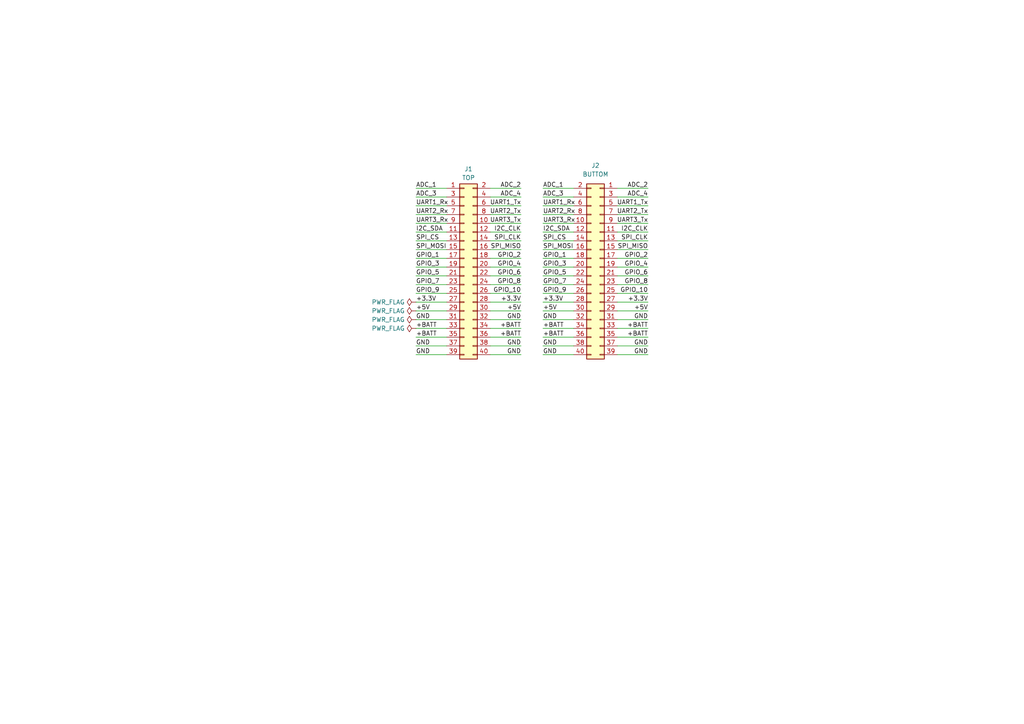
<source format=kicad_sch>
(kicad_sch (version 20230121) (generator eeschema)

  (uuid 988ee502-8596-4ebe-9b99-0eb76e7d156a)

  (paper "A4")

  (lib_symbols
    (symbol "Connector_Generic:Conn_02x20_Odd_Even" (pin_names (offset 1.016) hide) (in_bom yes) (on_board yes)
      (property "Reference" "J" (at 1.27 25.4 0)
        (effects (font (size 1.27 1.27)))
      )
      (property "Value" "Conn_02x20_Odd_Even" (at 1.27 -27.94 0)
        (effects (font (size 1.27 1.27)))
      )
      (property "Footprint" "" (at 0 0 0)
        (effects (font (size 1.27 1.27)) hide)
      )
      (property "Datasheet" "~" (at 0 0 0)
        (effects (font (size 1.27 1.27)) hide)
      )
      (property "ki_keywords" "connector" (at 0 0 0)
        (effects (font (size 1.27 1.27)) hide)
      )
      (property "ki_description" "Generic connector, double row, 02x20, odd/even pin numbering scheme (row 1 odd numbers, row 2 even numbers), script generated (kicad-library-utils/schlib/autogen/connector/)" (at 0 0 0)
        (effects (font (size 1.27 1.27)) hide)
      )
      (property "ki_fp_filters" "Connector*:*_2x??_*" (at 0 0 0)
        (effects (font (size 1.27 1.27)) hide)
      )
      (symbol "Conn_02x20_Odd_Even_1_1"
        (rectangle (start -1.27 -25.273) (end 0 -25.527)
          (stroke (width 0.1524) (type default))
          (fill (type none))
        )
        (rectangle (start -1.27 -22.733) (end 0 -22.987)
          (stroke (width 0.1524) (type default))
          (fill (type none))
        )
        (rectangle (start -1.27 -20.193) (end 0 -20.447)
          (stroke (width 0.1524) (type default))
          (fill (type none))
        )
        (rectangle (start -1.27 -17.653) (end 0 -17.907)
          (stroke (width 0.1524) (type default))
          (fill (type none))
        )
        (rectangle (start -1.27 -15.113) (end 0 -15.367)
          (stroke (width 0.1524) (type default))
          (fill (type none))
        )
        (rectangle (start -1.27 -12.573) (end 0 -12.827)
          (stroke (width 0.1524) (type default))
          (fill (type none))
        )
        (rectangle (start -1.27 -10.033) (end 0 -10.287)
          (stroke (width 0.1524) (type default))
          (fill (type none))
        )
        (rectangle (start -1.27 -7.493) (end 0 -7.747)
          (stroke (width 0.1524) (type default))
          (fill (type none))
        )
        (rectangle (start -1.27 -4.953) (end 0 -5.207)
          (stroke (width 0.1524) (type default))
          (fill (type none))
        )
        (rectangle (start -1.27 -2.413) (end 0 -2.667)
          (stroke (width 0.1524) (type default))
          (fill (type none))
        )
        (rectangle (start -1.27 0.127) (end 0 -0.127)
          (stroke (width 0.1524) (type default))
          (fill (type none))
        )
        (rectangle (start -1.27 2.667) (end 0 2.413)
          (stroke (width 0.1524) (type default))
          (fill (type none))
        )
        (rectangle (start -1.27 5.207) (end 0 4.953)
          (stroke (width 0.1524) (type default))
          (fill (type none))
        )
        (rectangle (start -1.27 7.747) (end 0 7.493)
          (stroke (width 0.1524) (type default))
          (fill (type none))
        )
        (rectangle (start -1.27 10.287) (end 0 10.033)
          (stroke (width 0.1524) (type default))
          (fill (type none))
        )
        (rectangle (start -1.27 12.827) (end 0 12.573)
          (stroke (width 0.1524) (type default))
          (fill (type none))
        )
        (rectangle (start -1.27 15.367) (end 0 15.113)
          (stroke (width 0.1524) (type default))
          (fill (type none))
        )
        (rectangle (start -1.27 17.907) (end 0 17.653)
          (stroke (width 0.1524) (type default))
          (fill (type none))
        )
        (rectangle (start -1.27 20.447) (end 0 20.193)
          (stroke (width 0.1524) (type default))
          (fill (type none))
        )
        (rectangle (start -1.27 22.987) (end 0 22.733)
          (stroke (width 0.1524) (type default))
          (fill (type none))
        )
        (rectangle (start -1.27 24.13) (end 3.81 -26.67)
          (stroke (width 0.254) (type default))
          (fill (type background))
        )
        (rectangle (start 3.81 -25.273) (end 2.54 -25.527)
          (stroke (width 0.1524) (type default))
          (fill (type none))
        )
        (rectangle (start 3.81 -22.733) (end 2.54 -22.987)
          (stroke (width 0.1524) (type default))
          (fill (type none))
        )
        (rectangle (start 3.81 -20.193) (end 2.54 -20.447)
          (stroke (width 0.1524) (type default))
          (fill (type none))
        )
        (rectangle (start 3.81 -17.653) (end 2.54 -17.907)
          (stroke (width 0.1524) (type default))
          (fill (type none))
        )
        (rectangle (start 3.81 -15.113) (end 2.54 -15.367)
          (stroke (width 0.1524) (type default))
          (fill (type none))
        )
        (rectangle (start 3.81 -12.573) (end 2.54 -12.827)
          (stroke (width 0.1524) (type default))
          (fill (type none))
        )
        (rectangle (start 3.81 -10.033) (end 2.54 -10.287)
          (stroke (width 0.1524) (type default))
          (fill (type none))
        )
        (rectangle (start 3.81 -7.493) (end 2.54 -7.747)
          (stroke (width 0.1524) (type default))
          (fill (type none))
        )
        (rectangle (start 3.81 -4.953) (end 2.54 -5.207)
          (stroke (width 0.1524) (type default))
          (fill (type none))
        )
        (rectangle (start 3.81 -2.413) (end 2.54 -2.667)
          (stroke (width 0.1524) (type default))
          (fill (type none))
        )
        (rectangle (start 3.81 0.127) (end 2.54 -0.127)
          (stroke (width 0.1524) (type default))
          (fill (type none))
        )
        (rectangle (start 3.81 2.667) (end 2.54 2.413)
          (stroke (width 0.1524) (type default))
          (fill (type none))
        )
        (rectangle (start 3.81 5.207) (end 2.54 4.953)
          (stroke (width 0.1524) (type default))
          (fill (type none))
        )
        (rectangle (start 3.81 7.747) (end 2.54 7.493)
          (stroke (width 0.1524) (type default))
          (fill (type none))
        )
        (rectangle (start 3.81 10.287) (end 2.54 10.033)
          (stroke (width 0.1524) (type default))
          (fill (type none))
        )
        (rectangle (start 3.81 12.827) (end 2.54 12.573)
          (stroke (width 0.1524) (type default))
          (fill (type none))
        )
        (rectangle (start 3.81 15.367) (end 2.54 15.113)
          (stroke (width 0.1524) (type default))
          (fill (type none))
        )
        (rectangle (start 3.81 17.907) (end 2.54 17.653)
          (stroke (width 0.1524) (type default))
          (fill (type none))
        )
        (rectangle (start 3.81 20.447) (end 2.54 20.193)
          (stroke (width 0.1524) (type default))
          (fill (type none))
        )
        (rectangle (start 3.81 22.987) (end 2.54 22.733)
          (stroke (width 0.1524) (type default))
          (fill (type none))
        )
        (pin passive line (at -5.08 22.86 0) (length 3.81)
          (name "Pin_1" (effects (font (size 1.27 1.27))))
          (number "1" (effects (font (size 1.27 1.27))))
        )
        (pin passive line (at 7.62 12.7 180) (length 3.81)
          (name "Pin_10" (effects (font (size 1.27 1.27))))
          (number "10" (effects (font (size 1.27 1.27))))
        )
        (pin passive line (at -5.08 10.16 0) (length 3.81)
          (name "Pin_11" (effects (font (size 1.27 1.27))))
          (number "11" (effects (font (size 1.27 1.27))))
        )
        (pin passive line (at 7.62 10.16 180) (length 3.81)
          (name "Pin_12" (effects (font (size 1.27 1.27))))
          (number "12" (effects (font (size 1.27 1.27))))
        )
        (pin passive line (at -5.08 7.62 0) (length 3.81)
          (name "Pin_13" (effects (font (size 1.27 1.27))))
          (number "13" (effects (font (size 1.27 1.27))))
        )
        (pin passive line (at 7.62 7.62 180) (length 3.81)
          (name "Pin_14" (effects (font (size 1.27 1.27))))
          (number "14" (effects (font (size 1.27 1.27))))
        )
        (pin passive line (at -5.08 5.08 0) (length 3.81)
          (name "Pin_15" (effects (font (size 1.27 1.27))))
          (number "15" (effects (font (size 1.27 1.27))))
        )
        (pin passive line (at 7.62 5.08 180) (length 3.81)
          (name "Pin_16" (effects (font (size 1.27 1.27))))
          (number "16" (effects (font (size 1.27 1.27))))
        )
        (pin passive line (at -5.08 2.54 0) (length 3.81)
          (name "Pin_17" (effects (font (size 1.27 1.27))))
          (number "17" (effects (font (size 1.27 1.27))))
        )
        (pin passive line (at 7.62 2.54 180) (length 3.81)
          (name "Pin_18" (effects (font (size 1.27 1.27))))
          (number "18" (effects (font (size 1.27 1.27))))
        )
        (pin passive line (at -5.08 0 0) (length 3.81)
          (name "Pin_19" (effects (font (size 1.27 1.27))))
          (number "19" (effects (font (size 1.27 1.27))))
        )
        (pin passive line (at 7.62 22.86 180) (length 3.81)
          (name "Pin_2" (effects (font (size 1.27 1.27))))
          (number "2" (effects (font (size 1.27 1.27))))
        )
        (pin passive line (at 7.62 0 180) (length 3.81)
          (name "Pin_20" (effects (font (size 1.27 1.27))))
          (number "20" (effects (font (size 1.27 1.27))))
        )
        (pin passive line (at -5.08 -2.54 0) (length 3.81)
          (name "Pin_21" (effects (font (size 1.27 1.27))))
          (number "21" (effects (font (size 1.27 1.27))))
        )
        (pin passive line (at 7.62 -2.54 180) (length 3.81)
          (name "Pin_22" (effects (font (size 1.27 1.27))))
          (number "22" (effects (font (size 1.27 1.27))))
        )
        (pin passive line (at -5.08 -5.08 0) (length 3.81)
          (name "Pin_23" (effects (font (size 1.27 1.27))))
          (number "23" (effects (font (size 1.27 1.27))))
        )
        (pin passive line (at 7.62 -5.08 180) (length 3.81)
          (name "Pin_24" (effects (font (size 1.27 1.27))))
          (number "24" (effects (font (size 1.27 1.27))))
        )
        (pin passive line (at -5.08 -7.62 0) (length 3.81)
          (name "Pin_25" (effects (font (size 1.27 1.27))))
          (number "25" (effects (font (size 1.27 1.27))))
        )
        (pin passive line (at 7.62 -7.62 180) (length 3.81)
          (name "Pin_26" (effects (font (size 1.27 1.27))))
          (number "26" (effects (font (size 1.27 1.27))))
        )
        (pin passive line (at -5.08 -10.16 0) (length 3.81)
          (name "Pin_27" (effects (font (size 1.27 1.27))))
          (number "27" (effects (font (size 1.27 1.27))))
        )
        (pin passive line (at 7.62 -10.16 180) (length 3.81)
          (name "Pin_28" (effects (font (size 1.27 1.27))))
          (number "28" (effects (font (size 1.27 1.27))))
        )
        (pin passive line (at -5.08 -12.7 0) (length 3.81)
          (name "Pin_29" (effects (font (size 1.27 1.27))))
          (number "29" (effects (font (size 1.27 1.27))))
        )
        (pin passive line (at -5.08 20.32 0) (length 3.81)
          (name "Pin_3" (effects (font (size 1.27 1.27))))
          (number "3" (effects (font (size 1.27 1.27))))
        )
        (pin passive line (at 7.62 -12.7 180) (length 3.81)
          (name "Pin_30" (effects (font (size 1.27 1.27))))
          (number "30" (effects (font (size 1.27 1.27))))
        )
        (pin passive line (at -5.08 -15.24 0) (length 3.81)
          (name "Pin_31" (effects (font (size 1.27 1.27))))
          (number "31" (effects (font (size 1.27 1.27))))
        )
        (pin passive line (at 7.62 -15.24 180) (length 3.81)
          (name "Pin_32" (effects (font (size 1.27 1.27))))
          (number "32" (effects (font (size 1.27 1.27))))
        )
        (pin passive line (at -5.08 -17.78 0) (length 3.81)
          (name "Pin_33" (effects (font (size 1.27 1.27))))
          (number "33" (effects (font (size 1.27 1.27))))
        )
        (pin passive line (at 7.62 -17.78 180) (length 3.81)
          (name "Pin_34" (effects (font (size 1.27 1.27))))
          (number "34" (effects (font (size 1.27 1.27))))
        )
        (pin passive line (at -5.08 -20.32 0) (length 3.81)
          (name "Pin_35" (effects (font (size 1.27 1.27))))
          (number "35" (effects (font (size 1.27 1.27))))
        )
        (pin passive line (at 7.62 -20.32 180) (length 3.81)
          (name "Pin_36" (effects (font (size 1.27 1.27))))
          (number "36" (effects (font (size 1.27 1.27))))
        )
        (pin passive line (at -5.08 -22.86 0) (length 3.81)
          (name "Pin_37" (effects (font (size 1.27 1.27))))
          (number "37" (effects (font (size 1.27 1.27))))
        )
        (pin passive line (at 7.62 -22.86 180) (length 3.81)
          (name "Pin_38" (effects (font (size 1.27 1.27))))
          (number "38" (effects (font (size 1.27 1.27))))
        )
        (pin passive line (at -5.08 -25.4 0) (length 3.81)
          (name "Pin_39" (effects (font (size 1.27 1.27))))
          (number "39" (effects (font (size 1.27 1.27))))
        )
        (pin passive line (at 7.62 20.32 180) (length 3.81)
          (name "Pin_4" (effects (font (size 1.27 1.27))))
          (number "4" (effects (font (size 1.27 1.27))))
        )
        (pin passive line (at 7.62 -25.4 180) (length 3.81)
          (name "Pin_40" (effects (font (size 1.27 1.27))))
          (number "40" (effects (font (size 1.27 1.27))))
        )
        (pin passive line (at -5.08 17.78 0) (length 3.81)
          (name "Pin_5" (effects (font (size 1.27 1.27))))
          (number "5" (effects (font (size 1.27 1.27))))
        )
        (pin passive line (at 7.62 17.78 180) (length 3.81)
          (name "Pin_6" (effects (font (size 1.27 1.27))))
          (number "6" (effects (font (size 1.27 1.27))))
        )
        (pin passive line (at -5.08 15.24 0) (length 3.81)
          (name "Pin_7" (effects (font (size 1.27 1.27))))
          (number "7" (effects (font (size 1.27 1.27))))
        )
        (pin passive line (at 7.62 15.24 180) (length 3.81)
          (name "Pin_8" (effects (font (size 1.27 1.27))))
          (number "8" (effects (font (size 1.27 1.27))))
        )
        (pin passive line (at -5.08 12.7 0) (length 3.81)
          (name "Pin_9" (effects (font (size 1.27 1.27))))
          (number "9" (effects (font (size 1.27 1.27))))
        )
      )
    )
    (symbol "power:PWR_FLAG" (power) (pin_numbers hide) (pin_names (offset 0) hide) (in_bom yes) (on_board yes)
      (property "Reference" "#FLG" (at 0 1.905 0)
        (effects (font (size 1.27 1.27)) hide)
      )
      (property "Value" "PWR_FLAG" (at 0 3.81 0)
        (effects (font (size 1.27 1.27)))
      )
      (property "Footprint" "" (at 0 0 0)
        (effects (font (size 1.27 1.27)) hide)
      )
      (property "Datasheet" "~" (at 0 0 0)
        (effects (font (size 1.27 1.27)) hide)
      )
      (property "ki_keywords" "flag power" (at 0 0 0)
        (effects (font (size 1.27 1.27)) hide)
      )
      (property "ki_description" "Special symbol for telling ERC where power comes from" (at 0 0 0)
        (effects (font (size 1.27 1.27)) hide)
      )
      (symbol "PWR_FLAG_0_0"
        (pin power_out line (at 0 0 90) (length 0)
          (name "pwr" (effects (font (size 1.27 1.27))))
          (number "1" (effects (font (size 1.27 1.27))))
        )
      )
      (symbol "PWR_FLAG_0_1"
        (polyline
          (pts
            (xy 0 0)
            (xy 0 1.27)
            (xy -1.016 1.905)
            (xy 0 2.54)
            (xy 1.016 1.905)
            (xy 0 1.27)
          )
          (stroke (width 0) (type default))
          (fill (type none))
        )
      )
    )
  )


  (wire (pts (xy 157.48 74.93) (xy 166.37 74.93))
    (stroke (width 0) (type default))
    (uuid 010f20a8-70a2-4047-ba84-8c36203d4748)
  )
  (wire (pts (xy 120.65 102.87) (xy 129.54 102.87))
    (stroke (width 0) (type default))
    (uuid 01685bf2-5329-4585-8e6c-7decdc2dfaf0)
  )
  (wire (pts (xy 120.65 82.55) (xy 129.54 82.55))
    (stroke (width 0) (type default))
    (uuid 0529b123-5442-4b52-aba6-ed37a577a929)
  )
  (wire (pts (xy 151.13 74.93) (xy 142.24 74.93))
    (stroke (width 0) (type default))
    (uuid 093ca9d5-6d43-4e82-82d4-16b9b1d6b3dd)
  )
  (wire (pts (xy 151.13 100.33) (xy 142.24 100.33))
    (stroke (width 0) (type default))
    (uuid 0fbbef47-f7cd-45ee-8475-51315ac0d30f)
  )
  (wire (pts (xy 187.96 92.71) (xy 179.07 92.71))
    (stroke (width 0) (type default))
    (uuid 113253af-cf42-419f-8946-f387b9ac5482)
  )
  (wire (pts (xy 120.65 85.09) (xy 129.54 85.09))
    (stroke (width 0) (type default))
    (uuid 15783e3b-3f7a-4ce5-932b-17e24b28cce0)
  )
  (wire (pts (xy 151.13 90.17) (xy 142.24 90.17))
    (stroke (width 0) (type default))
    (uuid 18f6468d-285f-4781-91be-561b6731c42a)
  )
  (wire (pts (xy 120.65 67.31) (xy 129.54 67.31))
    (stroke (width 0) (type default))
    (uuid 19150237-5d9c-468e-b17a-d30147d37308)
  )
  (wire (pts (xy 120.65 69.85) (xy 129.54 69.85))
    (stroke (width 0) (type default))
    (uuid 2003021b-39d5-4410-93ec-bfee6729bff1)
  )
  (wire (pts (xy 151.13 72.39) (xy 142.24 72.39))
    (stroke (width 0) (type default))
    (uuid 258b0b25-9d1c-4fc9-b163-1e66b45ffd40)
  )
  (wire (pts (xy 157.48 80.01) (xy 166.37 80.01))
    (stroke (width 0) (type default))
    (uuid 2d11d9c1-3649-498e-93b0-13c9d21258df)
  )
  (wire (pts (xy 187.96 67.31) (xy 179.07 67.31))
    (stroke (width 0) (type default))
    (uuid 2d567111-5665-4269-a360-2759bad29a2a)
  )
  (wire (pts (xy 120.65 74.93) (xy 129.54 74.93))
    (stroke (width 0) (type default))
    (uuid 2ee82e5f-6ea5-4544-b207-35990611572e)
  )
  (wire (pts (xy 120.65 64.77) (xy 129.54 64.77))
    (stroke (width 0) (type default))
    (uuid 343da1d8-43bf-47ff-a5bd-a9c9d0fafa55)
  )
  (wire (pts (xy 151.13 64.77) (xy 142.24 64.77))
    (stroke (width 0) (type default))
    (uuid 4124546a-0d08-46a8-978c-dd2432437863)
  )
  (wire (pts (xy 157.48 67.31) (xy 166.37 67.31))
    (stroke (width 0) (type default))
    (uuid 437b279b-0eb0-4db3-9261-8e5f36bbd0cc)
  )
  (wire (pts (xy 187.96 95.25) (xy 179.07 95.25))
    (stroke (width 0) (type default))
    (uuid 4854a3fb-7142-40f1-b264-b21467f23fba)
  )
  (wire (pts (xy 151.13 97.79) (xy 142.24 97.79))
    (stroke (width 0) (type default))
    (uuid 4b2d7508-ab1a-433e-b909-2b0bf527d1c4)
  )
  (wire (pts (xy 120.65 80.01) (xy 129.54 80.01))
    (stroke (width 0) (type default))
    (uuid 4edaf1f8-e9da-4bc9-9612-b5133b58d242)
  )
  (wire (pts (xy 157.48 97.79) (xy 166.37 97.79))
    (stroke (width 0) (type default))
    (uuid 4fda013a-c283-481a-bb3e-e210e6b4fa90)
  )
  (wire (pts (xy 120.65 59.69) (xy 129.54 59.69))
    (stroke (width 0) (type default))
    (uuid 56f774b0-9878-4155-a56b-76c329942f2a)
  )
  (wire (pts (xy 157.48 69.85) (xy 166.37 69.85))
    (stroke (width 0) (type default))
    (uuid 5aae0650-ba0b-4677-8444-177175762977)
  )
  (wire (pts (xy 157.48 102.87) (xy 166.37 102.87))
    (stroke (width 0) (type default))
    (uuid 5b163cdb-df02-4606-bdc1-8cf109b80b7a)
  )
  (wire (pts (xy 187.96 100.33) (xy 179.07 100.33))
    (stroke (width 0) (type default))
    (uuid 5db6815b-1bd9-4bd0-8299-c5164df542f2)
  )
  (wire (pts (xy 157.48 62.23) (xy 166.37 62.23))
    (stroke (width 0) (type default))
    (uuid 5e011901-4ea6-482e-a9ba-bd7d3f5b4025)
  )
  (wire (pts (xy 151.13 77.47) (xy 142.24 77.47))
    (stroke (width 0) (type default))
    (uuid 646b244d-6594-4587-a8e3-411d1c7e6f09)
  )
  (wire (pts (xy 157.48 57.15) (xy 166.37 57.15))
    (stroke (width 0) (type default))
    (uuid 6e9b3482-3e30-4729-80f9-3a1b28267252)
  )
  (wire (pts (xy 120.65 77.47) (xy 129.54 77.47))
    (stroke (width 0) (type default))
    (uuid 6ea1e92c-1404-4246-a099-f8901ce1492a)
  )
  (wire (pts (xy 187.96 57.15) (xy 179.07 57.15))
    (stroke (width 0) (type default))
    (uuid 73763ca5-01d2-4c59-8b35-1d298e4401a3)
  )
  (wire (pts (xy 187.96 59.69) (xy 179.07 59.69))
    (stroke (width 0) (type default))
    (uuid 73b74b28-0dbb-4a94-8f21-774485231d6b)
  )
  (wire (pts (xy 151.13 82.55) (xy 142.24 82.55))
    (stroke (width 0) (type default))
    (uuid 73d59490-1427-4aca-a7c4-bfa5e257a64c)
  )
  (wire (pts (xy 120.65 95.25) (xy 129.54 95.25))
    (stroke (width 0) (type default))
    (uuid 74d41f0f-2bb3-4213-abb8-d88ef2ed3a6e)
  )
  (wire (pts (xy 151.13 95.25) (xy 142.24 95.25))
    (stroke (width 0) (type default))
    (uuid 79a8e73f-fd02-4a86-9ee3-0d3d9a017d3d)
  )
  (wire (pts (xy 151.13 59.69) (xy 142.24 59.69))
    (stroke (width 0) (type default))
    (uuid 7ca8e7b5-56ea-472c-87fc-8f9f33a93d45)
  )
  (wire (pts (xy 187.96 62.23) (xy 179.07 62.23))
    (stroke (width 0) (type default))
    (uuid 7cc6d41c-b9df-490f-8f97-5fc7f6c5c4f4)
  )
  (wire (pts (xy 151.13 67.31) (xy 142.24 67.31))
    (stroke (width 0) (type default))
    (uuid 8080ef81-bd6d-433a-a211-1cfc0bfcf160)
  )
  (wire (pts (xy 151.13 87.63) (xy 142.24 87.63))
    (stroke (width 0) (type default))
    (uuid 81484b71-e483-4b76-991b-55fa346aa9da)
  )
  (wire (pts (xy 187.96 80.01) (xy 179.07 80.01))
    (stroke (width 0) (type default))
    (uuid 83b792fd-a8f8-4580-948f-3d6466b55758)
  )
  (wire (pts (xy 187.96 64.77) (xy 179.07 64.77))
    (stroke (width 0) (type default))
    (uuid 83d1ef8d-93ec-4342-b951-3586266c4c25)
  )
  (wire (pts (xy 187.96 85.09) (xy 179.07 85.09))
    (stroke (width 0) (type default))
    (uuid 84cc9bfe-34d9-4a60-b464-c6c69601fe00)
  )
  (wire (pts (xy 187.96 90.17) (xy 179.07 90.17))
    (stroke (width 0) (type default))
    (uuid 8a242e75-3113-4254-a8fa-81589bdc7e89)
  )
  (wire (pts (xy 157.48 95.25) (xy 166.37 95.25))
    (stroke (width 0) (type default))
    (uuid 8c91e2f6-aed2-415b-9d53-ba9b9988e55d)
  )
  (wire (pts (xy 157.48 87.63) (xy 166.37 87.63))
    (stroke (width 0) (type default))
    (uuid 8e600f43-d042-4a3e-a2aa-010badf067d6)
  )
  (wire (pts (xy 120.65 72.39) (xy 129.54 72.39))
    (stroke (width 0) (type default))
    (uuid 940347f7-356e-4df4-9198-b3b02fd22dd1)
  )
  (wire (pts (xy 187.96 87.63) (xy 179.07 87.63))
    (stroke (width 0) (type default))
    (uuid 94843a95-5a76-4358-9338-bb84a1083f6a)
  )
  (wire (pts (xy 187.96 77.47) (xy 179.07 77.47))
    (stroke (width 0) (type default))
    (uuid a44f2362-79aa-4598-aef1-95b520abc54c)
  )
  (wire (pts (xy 120.65 54.61) (xy 129.54 54.61))
    (stroke (width 0) (type default))
    (uuid a6282042-695d-4840-adfe-209513cd483a)
  )
  (wire (pts (xy 120.65 57.15) (xy 129.54 57.15))
    (stroke (width 0) (type default))
    (uuid b1109959-c143-4f3b-93ae-f17ac5664be9)
  )
  (wire (pts (xy 187.96 102.87) (xy 179.07 102.87))
    (stroke (width 0) (type default))
    (uuid b2634b5c-59e9-4e2e-9e2a-42e9a44ea4e7)
  )
  (wire (pts (xy 187.96 69.85) (xy 179.07 69.85))
    (stroke (width 0) (type default))
    (uuid b67a0064-616e-4ec4-aa61-0abd7514bf38)
  )
  (wire (pts (xy 187.96 72.39) (xy 179.07 72.39))
    (stroke (width 0) (type default))
    (uuid ba35eaa3-3e44-4360-af29-1be97568bc76)
  )
  (wire (pts (xy 151.13 54.61) (xy 142.24 54.61))
    (stroke (width 0) (type default))
    (uuid bcbf061e-79f5-4e80-8df5-6bdaa1008bf1)
  )
  (wire (pts (xy 151.13 85.09) (xy 142.24 85.09))
    (stroke (width 0) (type default))
    (uuid bcc7ab55-e80d-495e-a8a0-90e110385ab7)
  )
  (wire (pts (xy 157.48 100.33) (xy 166.37 100.33))
    (stroke (width 0) (type default))
    (uuid be56784f-32cf-4cf2-aa9a-7504dae93735)
  )
  (wire (pts (xy 120.65 97.79) (xy 129.54 97.79))
    (stroke (width 0) (type default))
    (uuid bfa8faa8-e9ab-45de-839c-e99d4de05a8e)
  )
  (wire (pts (xy 157.48 92.71) (xy 166.37 92.71))
    (stroke (width 0) (type default))
    (uuid c0b140a7-d40d-42f0-945c-327747f8cf8d)
  )
  (wire (pts (xy 120.65 92.71) (xy 129.54 92.71))
    (stroke (width 0) (type default))
    (uuid ca1e5abd-6a72-4527-96e2-1247832703e2)
  )
  (wire (pts (xy 120.65 62.23) (xy 129.54 62.23))
    (stroke (width 0) (type default))
    (uuid cb5a03d5-2cda-4654-a1a3-3f204a434378)
  )
  (wire (pts (xy 151.13 69.85) (xy 142.24 69.85))
    (stroke (width 0) (type default))
    (uuid cdfd78c9-5f4a-46d5-bff0-d473fa809087)
  )
  (wire (pts (xy 157.48 90.17) (xy 166.37 90.17))
    (stroke (width 0) (type default))
    (uuid d21dbb50-b814-42b6-996e-e345dbd02bb1)
  )
  (wire (pts (xy 157.48 72.39) (xy 166.37 72.39))
    (stroke (width 0) (type default))
    (uuid d3551f34-308f-45ee-b18d-6d03d748a03c)
  )
  (wire (pts (xy 187.96 74.93) (xy 179.07 74.93))
    (stroke (width 0) (type default))
    (uuid d3b27501-3b78-469a-a459-49d84ab7a323)
  )
  (wire (pts (xy 151.13 80.01) (xy 142.24 80.01))
    (stroke (width 0) (type default))
    (uuid d46ff225-f3cc-488e-935b-a2ccc0e54f24)
  )
  (wire (pts (xy 157.48 82.55) (xy 166.37 82.55))
    (stroke (width 0) (type default))
    (uuid d614087e-eb8a-4b08-9dfa-6e2ef5ce1949)
  )
  (wire (pts (xy 120.65 87.63) (xy 129.54 87.63))
    (stroke (width 0) (type default))
    (uuid d8b0cac0-f5c1-4f90-91bd-29fe9adef512)
  )
  (wire (pts (xy 157.48 64.77) (xy 166.37 64.77))
    (stroke (width 0) (type default))
    (uuid d9584e97-fc65-448b-998b-d71928bdb80a)
  )
  (wire (pts (xy 151.13 102.87) (xy 142.24 102.87))
    (stroke (width 0) (type default))
    (uuid da17819b-6bc9-42fc-a07e-63b04253064f)
  )
  (wire (pts (xy 157.48 54.61) (xy 166.37 54.61))
    (stroke (width 0) (type default))
    (uuid da1e7c7f-96e2-478b-89b3-8e9d5c5d458e)
  )
  (wire (pts (xy 157.48 77.47) (xy 166.37 77.47))
    (stroke (width 0) (type default))
    (uuid dc40cbd2-2a73-4236-94f5-b43fb2617c6c)
  )
  (wire (pts (xy 157.48 85.09) (xy 166.37 85.09))
    (stroke (width 0) (type default))
    (uuid e254bf57-5f4b-4451-9b0c-0c5bbfa246e5)
  )
  (wire (pts (xy 151.13 62.23) (xy 142.24 62.23))
    (stroke (width 0) (type default))
    (uuid e368bf1e-3468-4408-86fa-653d224c7dec)
  )
  (wire (pts (xy 151.13 57.15) (xy 142.24 57.15))
    (stroke (width 0) (type default))
    (uuid e389e5ef-04c2-4285-831a-cfb5cc817932)
  )
  (wire (pts (xy 120.65 100.33) (xy 129.54 100.33))
    (stroke (width 0) (type default))
    (uuid e3b429f3-ff3b-43b9-8e61-14e3dcf0dc7f)
  )
  (wire (pts (xy 187.96 82.55) (xy 179.07 82.55))
    (stroke (width 0) (type default))
    (uuid ef47d0f4-3006-4a06-83fb-47d7582957a8)
  )
  (wire (pts (xy 187.96 54.61) (xy 179.07 54.61))
    (stroke (width 0) (type default))
    (uuid f11ceaf9-6d7f-42d6-8ef7-76ba6f747fea)
  )
  (wire (pts (xy 157.48 59.69) (xy 166.37 59.69))
    (stroke (width 0) (type default))
    (uuid f1b127c9-e8b9-40dd-900c-4cb79e1aa429)
  )
  (wire (pts (xy 151.13 92.71) (xy 142.24 92.71))
    (stroke (width 0) (type default))
    (uuid fc94bae1-6181-4817-be8e-430d168f1bfc)
  )
  (wire (pts (xy 120.65 90.17) (xy 129.54 90.17))
    (stroke (width 0) (type default))
    (uuid fe46c5b1-c642-4bd5-b799-2bae4f824d3d)
  )
  (wire (pts (xy 187.96 97.79) (xy 179.07 97.79))
    (stroke (width 0) (type default))
    (uuid ffcca9e6-d33b-43d4-b225-cd3e36af6328)
  )

  (label "I2C_CLK" (at 151.13 67.31 180) (fields_autoplaced)
    (effects (font (size 1.27 1.27)) (justify right bottom))
    (uuid 01e6c2c5-1e1b-4c4f-8ec3-a0dd2d3b1f44)
  )
  (label "+5V" (at 120.65 90.17 0) (fields_autoplaced)
    (effects (font (size 1.27 1.27)) (justify left bottom))
    (uuid 0f301124-e374-487a-9335-81aa2fc6c8ae)
  )
  (label "UART3_Tx" (at 151.13 64.77 180) (fields_autoplaced)
    (effects (font (size 1.27 1.27)) (justify right bottom))
    (uuid 1144bc09-baa0-4512-80c0-2c404d98d6e1)
  )
  (label "+5V" (at 151.13 90.17 180) (fields_autoplaced)
    (effects (font (size 1.27 1.27)) (justify right bottom))
    (uuid 16772638-a255-465e-a611-0ed992a0194f)
  )
  (label "GPIO_3" (at 157.48 77.47 0) (fields_autoplaced)
    (effects (font (size 1.27 1.27)) (justify left bottom))
    (uuid 176d53c9-0f4c-4677-9517-ce1a45a2d0f8)
  )
  (label "GND" (at 120.65 92.71 0) (fields_autoplaced)
    (effects (font (size 1.27 1.27)) (justify left bottom))
    (uuid 189cb286-a4bf-497a-a8b7-d59582125497)
  )
  (label "GPIO_4" (at 151.13 77.47 180) (fields_autoplaced)
    (effects (font (size 1.27 1.27)) (justify right bottom))
    (uuid 18d17f3e-70b8-4521-97b9-7044e3be9a16)
  )
  (label "SPI_MOSI" (at 157.48 72.39 0) (fields_autoplaced)
    (effects (font (size 1.27 1.27)) (justify left bottom))
    (uuid 264159ea-e8a3-4bce-af2f-0fec7e96842c)
  )
  (label "GPIO_9" (at 120.65 85.09 0) (fields_autoplaced)
    (effects (font (size 1.27 1.27)) (justify left bottom))
    (uuid 287b6d2f-dfb0-4851-aaad-0832fec6dd2a)
  )
  (label "GPIO_9" (at 157.48 85.09 0) (fields_autoplaced)
    (effects (font (size 1.27 1.27)) (justify left bottom))
    (uuid 28932432-5fc8-45a8-98c9-76cbf2ec470f)
  )
  (label "+BATT" (at 187.96 95.25 180) (fields_autoplaced)
    (effects (font (size 1.27 1.27)) (justify right bottom))
    (uuid 2b4536ca-29a3-43c5-86ad-369d51c8aff3)
  )
  (label "+3.3V" (at 151.13 87.63 180) (fields_autoplaced)
    (effects (font (size 1.27 1.27)) (justify right bottom))
    (uuid 2bbb60fa-3cb8-4931-b894-5acc8741413e)
  )
  (label "ADC_1" (at 120.65 54.61 0) (fields_autoplaced)
    (effects (font (size 1.27 1.27)) (justify left bottom))
    (uuid 33072f97-183e-491f-ae06-a299b92a49dd)
  )
  (label "SPI_MISO" (at 187.96 72.39 180) (fields_autoplaced)
    (effects (font (size 1.27 1.27)) (justify right bottom))
    (uuid 37420158-a9a7-456c-b7f6-989230b06e2f)
  )
  (label "+3.3V" (at 157.48 87.63 0) (fields_autoplaced)
    (effects (font (size 1.27 1.27)) (justify left bottom))
    (uuid 38d7b3a0-6f6a-4b3b-9365-93074864cda5)
  )
  (label "SPI_CS" (at 120.65 69.85 0) (fields_autoplaced)
    (effects (font (size 1.27 1.27)) (justify left bottom))
    (uuid 3a547c2f-6190-4e51-bddb-99ed53e275ec)
  )
  (label "ADC_2" (at 151.13 54.61 180) (fields_autoplaced)
    (effects (font (size 1.27 1.27)) (justify right bottom))
    (uuid 3b04a586-29a7-487c-bf01-8c6735e71e7e)
  )
  (label "GND" (at 187.96 102.87 180) (fields_autoplaced)
    (effects (font (size 1.27 1.27)) (justify right bottom))
    (uuid 3c78393d-a4d7-4c06-be11-6ef8fce7ebf1)
  )
  (label "GPIO_4" (at 187.96 77.47 180) (fields_autoplaced)
    (effects (font (size 1.27 1.27)) (justify right bottom))
    (uuid 429b266f-90cb-48bf-a598-6df75883f0a3)
  )
  (label "SPI_MOSI" (at 120.65 72.39 0) (fields_autoplaced)
    (effects (font (size 1.27 1.27)) (justify left bottom))
    (uuid 43571899-91c4-4605-b192-7072def01c6b)
  )
  (label "UART2_Tx" (at 151.13 62.23 180) (fields_autoplaced)
    (effects (font (size 1.27 1.27)) (justify right bottom))
    (uuid 44afda35-969b-408f-ac54-73d88508eb12)
  )
  (label "GPIO_7" (at 157.48 82.55 0) (fields_autoplaced)
    (effects (font (size 1.27 1.27)) (justify left bottom))
    (uuid 4629de42-775f-4e1f-a766-377646462b9f)
  )
  (label "GPIO_1" (at 120.65 74.93 0) (fields_autoplaced)
    (effects (font (size 1.27 1.27)) (justify left bottom))
    (uuid 4827ef43-3939-427a-bdc2-380afcfa62b4)
  )
  (label "GPIO_3" (at 120.65 77.47 0) (fields_autoplaced)
    (effects (font (size 1.27 1.27)) (justify left bottom))
    (uuid 48593458-8fe1-474e-8ac5-09ed5458b17b)
  )
  (label "ADC_2" (at 187.96 54.61 180) (fields_autoplaced)
    (effects (font (size 1.27 1.27)) (justify right bottom))
    (uuid 4eb7e75e-2dff-4ed0-9b4e-1819b1120de8)
  )
  (label "ADC_3" (at 157.48 57.15 0) (fields_autoplaced)
    (effects (font (size 1.27 1.27)) (justify left bottom))
    (uuid 5533b062-54bb-4f0a-bc87-763a2fff45c6)
  )
  (label "GPIO_6" (at 151.13 80.01 180) (fields_autoplaced)
    (effects (font (size 1.27 1.27)) (justify right bottom))
    (uuid 60482360-f8ab-41b3-9074-8c552bc447c2)
  )
  (label "+BATT" (at 151.13 95.25 180) (fields_autoplaced)
    (effects (font (size 1.27 1.27)) (justify right bottom))
    (uuid 6068b8cc-b543-4cb7-bed1-3d9a73235724)
  )
  (label "UART1_Rx" (at 120.65 59.69 0) (fields_autoplaced)
    (effects (font (size 1.27 1.27)) (justify left bottom))
    (uuid 6a45e6bd-6aeb-47b1-a704-f92a362dd013)
  )
  (label "GPIO_5" (at 120.65 80.01 0) (fields_autoplaced)
    (effects (font (size 1.27 1.27)) (justify left bottom))
    (uuid 6c78daf0-6bc9-4364-927e-072f541e81c8)
  )
  (label "UART1_Tx" (at 187.96 59.69 180) (fields_autoplaced)
    (effects (font (size 1.27 1.27)) (justify right bottom))
    (uuid 6d41d8a0-56e6-43a7-9edf-4935a074559f)
  )
  (label "I2C_SDA" (at 157.48 67.31 0) (fields_autoplaced)
    (effects (font (size 1.27 1.27)) (justify left bottom))
    (uuid 6d8c85b6-3b2f-4550-b6f4-e5e778736c59)
  )
  (label "UART3_Tx" (at 187.96 64.77 180) (fields_autoplaced)
    (effects (font (size 1.27 1.27)) (justify right bottom))
    (uuid 6ed65a61-60ea-4dd8-b670-2109de0f235f)
  )
  (label "SPI_CLK" (at 187.96 69.85 180) (fields_autoplaced)
    (effects (font (size 1.27 1.27)) (justify right bottom))
    (uuid 72aefa69-439c-4cf9-b992-20ddceba2c2c)
  )
  (label "I2C_CLK" (at 187.96 67.31 180) (fields_autoplaced)
    (effects (font (size 1.27 1.27)) (justify right bottom))
    (uuid 776084fb-a01f-4b37-8ab8-2f9fdebbbc63)
  )
  (label "+BATT" (at 120.65 97.79 0) (fields_autoplaced)
    (effects (font (size 1.27 1.27)) (justify left bottom))
    (uuid 7db22ba4-b20f-4d19-912a-d2c1172045fb)
  )
  (label "+BATT" (at 157.48 95.25 0) (fields_autoplaced)
    (effects (font (size 1.27 1.27)) (justify left bottom))
    (uuid 7e9ed916-9adb-4789-b7fe-9aa6e0bca79c)
  )
  (label "ADC_4" (at 187.96 57.15 180) (fields_autoplaced)
    (effects (font (size 1.27 1.27)) (justify right bottom))
    (uuid 7ffdd530-de4f-47a4-8d0c-1b241fda24f7)
  )
  (label "SPI_MISO" (at 151.13 72.39 180) (fields_autoplaced)
    (effects (font (size 1.27 1.27)) (justify right bottom))
    (uuid 814feeb2-0550-4377-927c-50c5bdcc1d37)
  )
  (label "SPI_CLK" (at 151.13 69.85 180) (fields_autoplaced)
    (effects (font (size 1.27 1.27)) (justify right bottom))
    (uuid 896df817-232a-43b4-befe-9b46c3d0238a)
  )
  (label "GND" (at 157.48 100.33 0) (fields_autoplaced)
    (effects (font (size 1.27 1.27)) (justify left bottom))
    (uuid 8a105e39-d44e-4463-8f1f-2deeb7ca5b51)
  )
  (label "GPIO_2" (at 151.13 74.93 180) (fields_autoplaced)
    (effects (font (size 1.27 1.27)) (justify right bottom))
    (uuid 8a888181-a2ec-4fe5-87f6-1bee4f78365f)
  )
  (label "UART1_Rx" (at 157.48 59.69 0) (fields_autoplaced)
    (effects (font (size 1.27 1.27)) (justify left bottom))
    (uuid 8b47e7d3-f08b-4ba1-989a-c382c7693711)
  )
  (label "GND" (at 120.65 102.87 0) (fields_autoplaced)
    (effects (font (size 1.27 1.27)) (justify left bottom))
    (uuid 8b7468ec-fbc9-47d8-87f3-1ba5b6876768)
  )
  (label "SPI_CS" (at 157.48 69.85 0) (fields_autoplaced)
    (effects (font (size 1.27 1.27)) (justify left bottom))
    (uuid 8db929fc-c9fb-4305-9bb7-a12bff24c8cb)
  )
  (label "GPIO_1" (at 157.48 74.93 0) (fields_autoplaced)
    (effects (font (size 1.27 1.27)) (justify left bottom))
    (uuid 9090c772-61a5-4949-9fc9-23c1187a2400)
  )
  (label "GND" (at 151.13 92.71 180) (fields_autoplaced)
    (effects (font (size 1.27 1.27)) (justify right bottom))
    (uuid 948512b6-8c89-4001-9df2-0e7ca9deb836)
  )
  (label "ADC_1" (at 157.48 54.61 0) (fields_autoplaced)
    (effects (font (size 1.27 1.27)) (justify left bottom))
    (uuid 9651aec1-7a21-4a4b-be35-4e05dca83a67)
  )
  (label "UART3_Rx" (at 157.48 64.77 0) (fields_autoplaced)
    (effects (font (size 1.27 1.27)) (justify left bottom))
    (uuid 9ac68751-bdf6-42f2-bf69-7edd8868f2c6)
  )
  (label "GPIO_10" (at 151.13 85.09 180) (fields_autoplaced)
    (effects (font (size 1.27 1.27)) (justify right bottom))
    (uuid 9f70f012-4647-406f-ae3b-6c34fbd12a9b)
  )
  (label "GND" (at 120.65 100.33 0) (fields_autoplaced)
    (effects (font (size 1.27 1.27)) (justify left bottom))
    (uuid a4119d01-d084-4a31-beb0-e803baff8990)
  )
  (label "UART2_Rx" (at 120.65 62.23 0) (fields_autoplaced)
    (effects (font (size 1.27 1.27)) (justify left bottom))
    (uuid a4c54cb1-ede7-43d2-9e40-c4e128c85daf)
  )
  (label "+BATT" (at 187.96 97.79 180) (fields_autoplaced)
    (effects (font (size 1.27 1.27)) (justify right bottom))
    (uuid aa45c986-0a58-4da7-b431-723b78e0c614)
  )
  (label "GND" (at 187.96 100.33 180) (fields_autoplaced)
    (effects (font (size 1.27 1.27)) (justify right bottom))
    (uuid aa466bf3-a391-4c02-8d92-42435231e019)
  )
  (label "GND" (at 151.13 100.33 180) (fields_autoplaced)
    (effects (font (size 1.27 1.27)) (justify right bottom))
    (uuid ae3d528a-8193-4eac-ad9f-3373f4369d71)
  )
  (label "+BATT" (at 157.48 97.79 0) (fields_autoplaced)
    (effects (font (size 1.27 1.27)) (justify left bottom))
    (uuid ae60c08c-cbbb-4d79-a54c-e896bda9c8b5)
  )
  (label "GPIO_6" (at 187.96 80.01 180) (fields_autoplaced)
    (effects (font (size 1.27 1.27)) (justify right bottom))
    (uuid ba21a4fd-2167-4720-b02d-b958ee56f46d)
  )
  (label "GND" (at 187.96 92.71 180) (fields_autoplaced)
    (effects (font (size 1.27 1.27)) (justify right bottom))
    (uuid ba68ae81-fbfd-4785-83d8-563c4c7eb3a1)
  )
  (label "GND" (at 157.48 92.71 0) (fields_autoplaced)
    (effects (font (size 1.27 1.27)) (justify left bottom))
    (uuid bbb41c15-c4c8-4263-9bfa-1bc62fe49aee)
  )
  (label "GPIO_7" (at 120.65 82.55 0) (fields_autoplaced)
    (effects (font (size 1.27 1.27)) (justify left bottom))
    (uuid bddadc96-6841-41da-998f-608ac65261c4)
  )
  (label "GND" (at 151.13 102.87 180) (fields_autoplaced)
    (effects (font (size 1.27 1.27)) (justify right bottom))
    (uuid bfbc33ec-bb16-4dd8-8d11-07997257e035)
  )
  (label "GND" (at 157.48 102.87 0) (fields_autoplaced)
    (effects (font (size 1.27 1.27)) (justify left bottom))
    (uuid c5047329-7fad-4d75-991b-17fc35f03604)
  )
  (label "GPIO_8" (at 151.13 82.55 180) (fields_autoplaced)
    (effects (font (size 1.27 1.27)) (justify right bottom))
    (uuid c8a41444-9719-40ee-90fd-14441a7a810b)
  )
  (label "ADC_3" (at 120.65 57.15 0) (fields_autoplaced)
    (effects (font (size 1.27 1.27)) (justify left bottom))
    (uuid c9aba261-aa76-432f-81cf-e84bceac6f8c)
  )
  (label "ADC_4" (at 151.13 57.15 180) (fields_autoplaced)
    (effects (font (size 1.27 1.27)) (justify right bottom))
    (uuid cac0eb46-763e-47b7-81ff-86aa54e05216)
  )
  (label "UART3_Rx" (at 120.65 64.77 0) (fields_autoplaced)
    (effects (font (size 1.27 1.27)) (justify left bottom))
    (uuid dbb75c90-fc46-417a-b098-004b23b9cc67)
  )
  (label "UART2_Rx" (at 157.48 62.23 0) (fields_autoplaced)
    (effects (font (size 1.27 1.27)) (justify left bottom))
    (uuid df212f3d-67f2-49c4-8d80-b11ee77f962d)
  )
  (label "+5V" (at 187.96 90.17 180) (fields_autoplaced)
    (effects (font (size 1.27 1.27)) (justify right bottom))
    (uuid dfbf36f3-9f20-49e1-bb09-0d45530ec0bd)
  )
  (label "+3.3V" (at 187.96 87.63 180) (fields_autoplaced)
    (effects (font (size 1.27 1.27)) (justify right bottom))
    (uuid e259ee47-9089-44ea-91f0-e4cc6f6143ba)
  )
  (label "+5V" (at 157.48 90.17 0) (fields_autoplaced)
    (effects (font (size 1.27 1.27)) (justify left bottom))
    (uuid e2a2515b-5d21-4e7a-bd0a-edaa3985dfa9)
  )
  (label "UART1_Tx" (at 151.13 59.69 180) (fields_autoplaced)
    (effects (font (size 1.27 1.27)) (justify right bottom))
    (uuid e8aee985-a728-400e-81a3-c88e3441d812)
  )
  (label "GPIO_8" (at 187.96 82.55 180) (fields_autoplaced)
    (effects (font (size 1.27 1.27)) (justify right bottom))
    (uuid ec72b7e2-56a3-4c12-8e48-c0dd447ce0d5)
  )
  (label "+BATT" (at 120.65 95.25 0) (fields_autoplaced)
    (effects (font (size 1.27 1.27)) (justify left bottom))
    (uuid ee1b7062-90fa-4511-9a3f-ecdfb5f8fd21)
  )
  (label "UART2_Tx" (at 187.96 62.23 180) (fields_autoplaced)
    (effects (font (size 1.27 1.27)) (justify right bottom))
    (uuid ef38db79-e1e6-40f7-96ec-5b91e52cb9d2)
  )
  (label "I2C_SDA" (at 120.65 67.31 0) (fields_autoplaced)
    (effects (font (size 1.27 1.27)) (justify left bottom))
    (uuid efa8c457-63a5-4883-9f56-1807639289fc)
  )
  (label "GPIO_5" (at 157.48 80.01 0) (fields_autoplaced)
    (effects (font (size 1.27 1.27)) (justify left bottom))
    (uuid f4062297-486c-4757-834b-03e507549288)
  )
  (label "GPIO_10" (at 187.96 85.09 180) (fields_autoplaced)
    (effects (font (size 1.27 1.27)) (justify right bottom))
    (uuid f9012d15-517e-452f-830a-2be0b0102aa6)
  )
  (label "+BATT" (at 151.13 97.79 180) (fields_autoplaced)
    (effects (font (size 1.27 1.27)) (justify right bottom))
    (uuid fac42735-6f83-4aa9-8038-b6e151a30ec5)
  )
  (label "+3.3V" (at 120.65 87.63 0) (fields_autoplaced)
    (effects (font (size 1.27 1.27)) (justify left bottom))
    (uuid fb8e9055-f40f-4546-9445-7ac067c0c169)
  )
  (label "GPIO_2" (at 187.96 74.93 180) (fields_autoplaced)
    (effects (font (size 1.27 1.27)) (justify right bottom))
    (uuid fed16eff-53ae-44e1-b6ae-64ae15109cb3)
  )

  (symbol (lib_id "power:PWR_FLAG") (at 120.65 92.71 90) (unit 1)
    (in_bom yes) (on_board yes) (dnp no)
    (uuid 37e28dee-2622-478d-b262-151854d5d8f8)
    (property "Reference" "#FLG04" (at 118.745 92.71 0)
      (effects (font (size 1.27 1.27)) hide)
    )
    (property "Value" "PWR_FLAG" (at 117.4257 92.71 90)
      (effects (font (size 1.27 1.27)) (justify left))
    )
    (property "Footprint" "" (at 120.65 92.71 0)
      (effects (font (size 1.27 1.27)) hide)
    )
    (property "Datasheet" "~" (at 120.65 92.71 0)
      (effects (font (size 1.27 1.27)) hide)
    )
    (pin "1" (uuid fcb6e28b-ca7f-468f-b0dc-988f5523808c))
    (instances
      (project "tamplate"
        (path "/988ee502-8596-4ebe-9b99-0eb76e7d156a"
          (reference "#FLG04") (unit 1)
        )
      )
    )
  )

  (symbol (lib_id "power:PWR_FLAG") (at 120.65 87.63 90) (unit 1)
    (in_bom yes) (on_board yes) (dnp no)
    (uuid 3933fd73-0942-444f-a42f-ddba0fe2c11a)
    (property "Reference" "#FLG01" (at 118.745 87.63 0)
      (effects (font (size 1.27 1.27)) hide)
    )
    (property "Value" "PWR_FLAG" (at 117.4257 87.63 90)
      (effects (font (size 1.27 1.27)) (justify left))
    )
    (property "Footprint" "" (at 120.65 87.63 0)
      (effects (font (size 1.27 1.27)) hide)
    )
    (property "Datasheet" "~" (at 120.65 87.63 0)
      (effects (font (size 1.27 1.27)) hide)
    )
    (pin "1" (uuid 4d8799ce-4760-4012-9bc0-ac9d50db4407))
    (instances
      (project "tamplate"
        (path "/988ee502-8596-4ebe-9b99-0eb76e7d156a"
          (reference "#FLG01") (unit 1)
        )
      )
    )
  )

  (symbol (lib_id "Connector_Generic:Conn_02x20_Odd_Even") (at 134.62 77.47 0) (unit 1)
    (in_bom yes) (on_board yes) (dnp no) (fields_autoplaced)
    (uuid 4be74548-e30a-46a3-afc7-061f48827953)
    (property "Reference" "J1" (at 135.89 49.022 0)
      (effects (font (size 1.27 1.27)))
    )
    (property "Value" "TOP" (at 135.89 51.562 0)
      (effects (font (size 1.27 1.27)))
    )
    (property "Footprint" "Connector_PinHeader_1.27mm:PinHeader_2x20_P1.27mm_Vertical_SMD" (at 134.62 77.47 0)
      (effects (font (size 1.27 1.27)) hide)
    )
    (property "Datasheet" "~" (at 134.62 77.47 0)
      (effects (font (size 1.27 1.27)) hide)
    )
    (pin "1" (uuid d9efb768-656e-4583-be1a-f3c90fc3d4cc))
    (pin "10" (uuid 5de9be40-07a4-4b2f-a5a5-3c18a8e63c18))
    (pin "11" (uuid 7c1c7b48-1d9b-48e5-ae4a-2706fb1ab3b2))
    (pin "12" (uuid cd7b0d09-f591-43c8-a71a-7afe4f1ab24a))
    (pin "13" (uuid 53b0e4e1-b920-4039-a57a-af7a1bc47008))
    (pin "14" (uuid ee9cf7a1-66d6-49f3-aeba-fc6e1e6f158e))
    (pin "15" (uuid 9c5fbd16-02e3-4e4a-88e2-b8578a8475c5))
    (pin "16" (uuid 200a3fd8-3046-48af-8976-1a8ddbc9d90d))
    (pin "17" (uuid 245c2882-8f11-4801-be6c-8f2aac1c7948))
    (pin "18" (uuid a6e9b97b-5c7b-4f20-99aa-100216c430a5))
    (pin "19" (uuid 13b21e87-609b-4e1b-82b9-760e35136b9c))
    (pin "2" (uuid a1fdd4fd-b444-4511-a55b-d9f524c52ea3))
    (pin "20" (uuid c9567fd5-cd8f-44e2-a62f-868b1ff75bf3))
    (pin "21" (uuid 2eae7506-531a-4ebb-a027-cb3ab5bd7904))
    (pin "22" (uuid b0bb1671-cc93-4867-8ca2-9989663b0d29))
    (pin "23" (uuid 73505347-5e34-4107-ac51-2227a02be0a7))
    (pin "24" (uuid 4c266cb1-4092-47e5-953d-c2f687dfd8fd))
    (pin "25" (uuid a4e1703a-03df-4933-8837-fb224b7dc7b1))
    (pin "26" (uuid f86e61a6-0919-4507-8205-c3492042673c))
    (pin "27" (uuid 4237b76a-6006-41c8-b9e1-46546d0c36c0))
    (pin "28" (uuid 475e10ce-a4c4-4099-8b8d-3bf5a1620c48))
    (pin "29" (uuid 4644e51b-cdf4-4acc-84d6-b9596836da31))
    (pin "3" (uuid 5bd70503-c41f-414d-802e-2cf4412acd2f))
    (pin "30" (uuid cdad61ef-2d6f-4f75-8d40-15a377072a70))
    (pin "31" (uuid ba51e918-a3d2-415c-8ce0-831aeed3382f))
    (pin "32" (uuid fd8c7a24-818d-4393-96f1-1a795e01ddc4))
    (pin "33" (uuid 1f8f02e1-6647-4951-a8d4-8705e2163e5a))
    (pin "34" (uuid 06304339-7918-4ce5-bf1e-499694f174e0))
    (pin "35" (uuid ef5d9d95-b11f-42ae-bddb-6b2ecdef4c6b))
    (pin "36" (uuid c1b600b4-f7ce-49ab-86f4-18f2c8c285b6))
    (pin "37" (uuid 0d7a1b27-c40d-4d6e-a697-58f3b8ee1b11))
    (pin "38" (uuid b5997494-e219-4938-9f58-5b5d4135c286))
    (pin "39" (uuid 2e0de1f2-de8b-44e0-a5b5-5efb1ef42b6c))
    (pin "4" (uuid 6fef023a-da60-4585-91ac-0ecfef051351))
    (pin "40" (uuid c2851c6f-5e38-448c-b879-cb2703a2e70d))
    (pin "5" (uuid fbe148df-5f3f-4009-a4fe-88061b8e9503))
    (pin "6" (uuid 1aa18b0c-7356-4673-a732-544982e8b78b))
    (pin "7" (uuid 3562ab1d-be97-4d6d-b527-4db963364576))
    (pin "8" (uuid bcca8156-141f-4e76-887b-6c212c975c7d))
    (pin "9" (uuid 5daa73d7-99d9-4d00-93be-7e5f0ab34b69))
    (instances
      (project "tamplate"
        (path "/988ee502-8596-4ebe-9b99-0eb76e7d156a"
          (reference "J1") (unit 1)
        )
      )
    )
  )

  (symbol (lib_id "power:PWR_FLAG") (at 120.65 95.25 90) (unit 1)
    (in_bom yes) (on_board yes) (dnp no)
    (uuid 4eec80ed-eef6-4a50-863d-3c3cd4f3a405)
    (property "Reference" "#FLG03" (at 118.745 95.25 0)
      (effects (font (size 1.27 1.27)) hide)
    )
    (property "Value" "PWR_FLAG" (at 117.4257 95.25 90)
      (effects (font (size 1.27 1.27)) (justify left))
    )
    (property "Footprint" "" (at 120.65 95.25 0)
      (effects (font (size 1.27 1.27)) hide)
    )
    (property "Datasheet" "~" (at 120.65 95.25 0)
      (effects (font (size 1.27 1.27)) hide)
    )
    (pin "1" (uuid 6cf0b3a3-8e0a-46e5-95ef-e66e895b08cd))
    (instances
      (project "tamplate"
        (path "/988ee502-8596-4ebe-9b99-0eb76e7d156a"
          (reference "#FLG03") (unit 1)
        )
      )
    )
  )

  (symbol (lib_id "Connector_Generic:Conn_02x20_Odd_Even") (at 173.99 77.47 0) (mirror y) (unit 1)
    (in_bom yes) (on_board yes) (dnp no)
    (uuid 5465d2ad-b8fe-4320-b546-47a1ec44fae0)
    (property "Reference" "J2" (at 172.72 48.006 0)
      (effects (font (size 1.27 1.27)))
    )
    (property "Value" "BUTTOM" (at 172.72 50.546 0)
      (effects (font (size 1.27 1.27)))
    )
    (property "Footprint" "Connector_PinHeader_1.27mm:PinHeader_2x20_P1.27mm_Vertical_SMD" (at 173.99 77.47 0)
      (effects (font (size 1.27 1.27)) hide)
    )
    (property "Datasheet" "~" (at 173.99 77.47 0)
      (effects (font (size 1.27 1.27)) hide)
    )
    (pin "1" (uuid a961acae-ec21-4cc6-bd99-69a2d2c2c047))
    (pin "10" (uuid 546aecff-f660-4150-9e1b-8405095cef01))
    (pin "11" (uuid 352a253a-bac9-45a3-8fa0-d6ec1ca5d6ca))
    (pin "12" (uuid 430f201e-c644-4372-8432-87e138af83aa))
    (pin "13" (uuid 1000683c-57ad-41b5-ae03-488dc3f31614))
    (pin "14" (uuid 2c60af64-155e-4d01-8fda-1aa0784188ea))
    (pin "15" (uuid 936adab7-91a3-4073-89ea-bf14072972a7))
    (pin "16" (uuid 04e5eade-271c-4b7f-88ee-f32e17a5f4b4))
    (pin "17" (uuid 41570eb2-91da-4df0-8fd7-08eb8391e3e5))
    (pin "18" (uuid 97ee0ef4-c890-4445-a22c-a981c3c8438c))
    (pin "19" (uuid 9d9cb0e4-023b-467d-8655-1505e73aee0c))
    (pin "2" (uuid 7a6041f4-7c79-4ec1-bc0c-1c0a7dd2ce19))
    (pin "20" (uuid 42dea56c-8234-4cc7-9163-1ad2875106cd))
    (pin "21" (uuid 167ae338-7fef-4a07-a67f-ebeb34c04292))
    (pin "22" (uuid 5880e145-0be9-48e6-996d-f03a6df2db1e))
    (pin "23" (uuid 708d6945-3e90-4ca6-8064-cbdcb068de11))
    (pin "24" (uuid 20db73f5-433f-4530-8197-5c7d2583e634))
    (pin "25" (uuid 6b23fcc8-db00-42e3-a89e-e1ff025e426c))
    (pin "26" (uuid 12817ab1-2750-4f53-96c0-70e9b02c051e))
    (pin "27" (uuid e02a4b4a-52c1-4430-b57b-e78f1be642b9))
    (pin "28" (uuid fa8480c1-30e8-420d-871b-93314a0d80a5))
    (pin "29" (uuid d00f2a1b-5727-42c7-979e-1898de0ffc5b))
    (pin "3" (uuid b5e0c1ff-d9c6-48c5-bb30-88659963a49f))
    (pin "30" (uuid 4451bec2-3f2f-4ff5-a3cc-1c6f261970fa))
    (pin "31" (uuid 56e749ec-605d-4873-9e78-c08b6681c8d4))
    (pin "32" (uuid 2cb369a4-e9dd-41ae-8d9a-85a58bee4f0a))
    (pin "33" (uuid b736bd69-4219-44fc-bc98-a1beb65afd96))
    (pin "34" (uuid 2061cac3-bea0-44de-ab83-b8cdeceaf7ce))
    (pin "35" (uuid caaeeb04-2e4d-45ad-acc1-77c73376b5a9))
    (pin "36" (uuid 568c0dc7-43f5-40b3-a472-11abe623de17))
    (pin "37" (uuid 4e54dc98-be7c-4266-8478-8db37fd3c09d))
    (pin "38" (uuid 5ca73ce3-0c81-466a-a742-e0af66fac7e9))
    (pin "39" (uuid e2164814-a47d-40c8-87dd-121d3a6b0818))
    (pin "4" (uuid c4ad28e5-17c1-4b5c-8d57-b2ae927312e3))
    (pin "40" (uuid 4fb17a20-6cd3-4fe4-b9c6-3652b43626c8))
    (pin "5" (uuid b171417e-593c-4449-8845-c64c650a3c99))
    (pin "6" (uuid 71bc3bf1-a0a0-4ead-8759-55bb428f9a48))
    (pin "7" (uuid e0a66bee-3ed5-42ec-8947-57bc651e3dd0))
    (pin "8" (uuid 6a42a802-ba78-48b8-a493-d8506c1f40cc))
    (pin "9" (uuid 09e96f08-2080-4369-ad86-d959a68a3068))
    (instances
      (project "tamplate"
        (path "/988ee502-8596-4ebe-9b99-0eb76e7d156a"
          (reference "J2") (unit 1)
        )
      )
    )
  )

  (symbol (lib_id "power:PWR_FLAG") (at 120.65 90.17 90) (unit 1)
    (in_bom yes) (on_board yes) (dnp no)
    (uuid fccbca71-47b8-434e-ae72-1d0ad0fe14f0)
    (property "Reference" "#FLG02" (at 118.745 90.17 0)
      (effects (font (size 1.27 1.27)) hide)
    )
    (property "Value" "PWR_FLAG" (at 117.4257 90.17 90)
      (effects (font (size 1.27 1.27)) (justify left))
    )
    (property "Footprint" "" (at 120.65 90.17 0)
      (effects (font (size 1.27 1.27)) hide)
    )
    (property "Datasheet" "~" (at 120.65 90.17 0)
      (effects (font (size 1.27 1.27)) hide)
    )
    (pin "1" (uuid ff1121d9-9c02-466b-b4e9-c8d754a99bce))
    (instances
      (project "tamplate"
        (path "/988ee502-8596-4ebe-9b99-0eb76e7d156a"
          (reference "#FLG02") (unit 1)
        )
      )
    )
  )

  (sheet_instances
    (path "/" (page "1"))
  )
)

</source>
